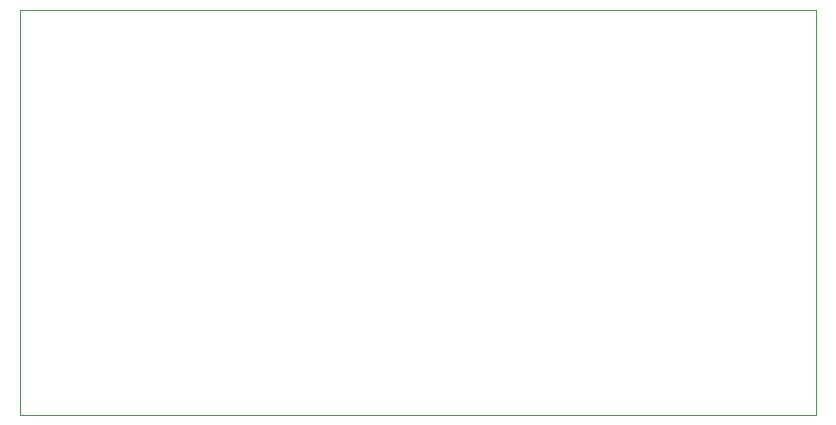
<source format=gko>
%FSLAX46Y46*%
%MOMM*%
%ADD10C,0.010000*%
G01*
G01*
%LPD*%
D10*
X-1270000Y0D02*
X-1270000Y34290000D01*
D10*
X-1270000Y34290000D02*
X66150000Y34290000D01*
D10*
X66150000Y34290000D02*
X66150000Y0D01*
D10*
X66150000Y0D02*
X-1270000Y0D01*
G75*
M02*

</source>
